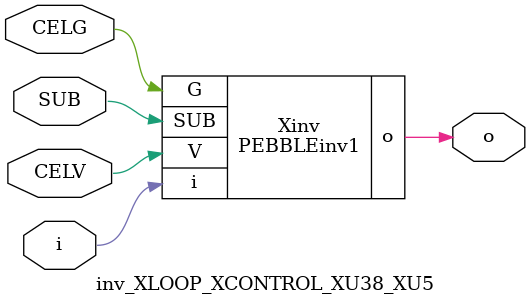
<source format=v>



module PEBBLEinv1 ( o, G, SUB, V, i );

  input V;
  input i;
  input G;
  output o;
  input SUB;
endmodule

//Celera Confidential Do Not Copy inv_XLOOP_XCONTROL_XU38_XU5
//Celera Confidential Symbol Generator
//5V Inverter
module inv_XLOOP_XCONTROL_XU38_XU5 (CELV,CELG,i,o,SUB);
input CELV;
input CELG;
input i;
input SUB;
output o;

//Celera Confidential Do Not Copy inv
PEBBLEinv1 Xinv(
.V (CELV),
.i (i),
.o (o),
.SUB (SUB),
.G (CELG)
);
//,diesize,PEBBLEinv1

//Celera Confidential Do Not Copy Module End
//Celera Schematic Generator
endmodule

</source>
